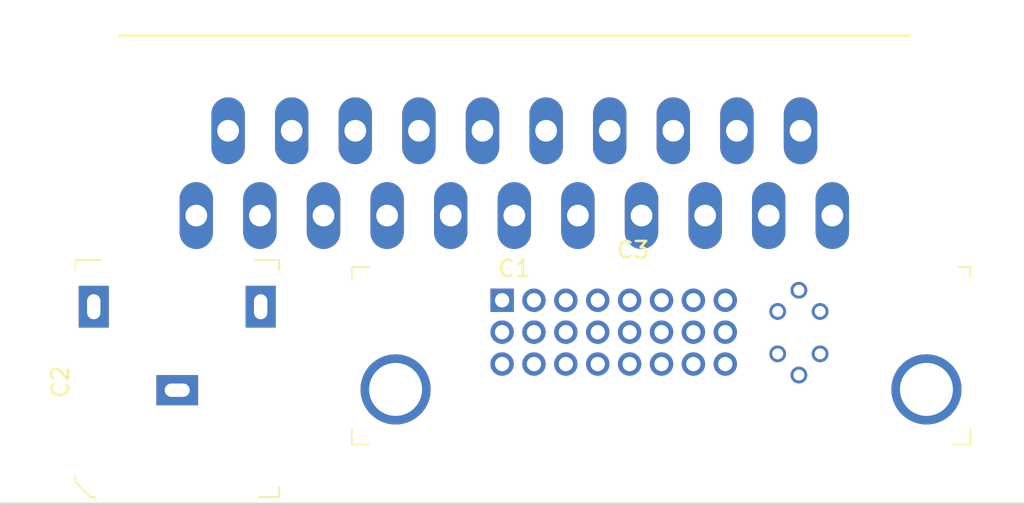
<source format=kicad_pcb>
(kicad_pcb (version 4) (host pcbnew 4.0.7)

  (general
    (links 16)
    (no_connects 16)
    (area 134.62 75.86 196.342001 113.030001)
    (thickness 1.6)
    (drawings 1)
    (tracks 1)
    (zones 0)
    (modules 3)
    (nets 17)
  )

  (page A4)
  (layers
    (0 F.Cu signal)
    (31 B.Cu signal)
    (32 B.Adhes user)
    (33 F.Adhes user)
    (34 B.Paste user)
    (35 F.Paste user)
    (36 B.SilkS user)
    (37 F.SilkS user)
    (38 B.Mask user)
    (39 F.Mask user)
    (40 Dwgs.User user)
    (41 Cmts.User user)
    (42 Eco1.User user)
    (43 Eco2.User user)
    (44 Edge.Cuts user)
    (45 Margin user)
    (46 B.CrtYd user)
    (47 F.CrtYd user)
    (48 B.Fab user)
    (49 F.Fab user)
  )

  (setup
    (last_trace_width 0.25)
    (trace_clearance 0.2)
    (zone_clearance 0.508)
    (zone_45_only no)
    (trace_min 0.2)
    (segment_width 0.2)
    (edge_width 0.15)
    (via_size 0.6)
    (via_drill 0.4)
    (via_min_size 0.4)
    (via_min_drill 0.3)
    (uvia_size 0.3)
    (uvia_drill 0.1)
    (uvias_allowed no)
    (uvia_min_size 0.2)
    (uvia_min_drill 0.1)
    (pcb_text_width 0.3)
    (pcb_text_size 1.5 1.5)
    (mod_edge_width 0.15)
    (mod_text_size 1 1)
    (mod_text_width 0.15)
    (pad_size 1.8 2.5)
    (pad_drill 0.8)
    (pad_to_mask_clearance 0.2)
    (aux_axis_origin 0 0)
    (visible_elements 7FFFFFFF)
    (pcbplotparams
      (layerselection 0x00030_80000001)
      (usegerberextensions false)
      (excludeedgelayer true)
      (linewidth 0.100000)
      (plotframeref false)
      (viasonmask false)
      (mode 1)
      (useauxorigin false)
      (hpglpennumber 1)
      (hpglpenspeed 20)
      (hpglpendiameter 15)
      (hpglpenoverlay 2)
      (psnegative false)
      (psa4output false)
      (plotreference true)
      (plotvalue true)
      (plotinvisibletext false)
      (padsonsilk false)
      (subtractmaskfromsilk false)
      (outputformat 1)
      (mirror false)
      (drillshape 1)
      (scaleselection 1)
      (outputdirectory ""))
  )

  (net 0 "")
  (net 1 "Net-(C1-Pad10)")
  (net 2 "Net-(C1-Pad12)")
  (net 3 "Net-(C1-Pad14)")
  (net 4 GREEN)
  (net 5 GND)
  (net 6 RED)
  (net 7 "Net-(C1-Pad16)")
  (net 8 "Net-(C1-Pad19)")
  (net 9 SYNC)
  (net 10 "Net-(C1-Pad1)")
  (net 11 R_AUD)
  (net 12 "Net-(C1-Pad3)")
  (net 13 A_GND)
  (net 14 L_AUD)
  (net 15 BLUE)
  (net 16 "Net-(C1-Pad8)")

  (net_class Default "This is the default net class."
    (clearance 0.2)
    (trace_width 0.25)
    (via_dia 0.6)
    (via_drill 0.4)
    (uvia_dia 0.3)
    (uvia_drill 0.1)
    (add_net A_GND)
    (add_net BLUE)
    (add_net GND)
    (add_net GREEN)
    (add_net L_AUD)
    (add_net "Net-(C1-Pad1)")
    (add_net "Net-(C1-Pad10)")
    (add_net "Net-(C1-Pad12)")
    (add_net "Net-(C1-Pad14)")
    (add_net "Net-(C1-Pad16)")
    (add_net "Net-(C1-Pad19)")
    (add_net "Net-(C1-Pad3)")
    (add_net "Net-(C1-Pad8)")
    (add_net RED)
    (add_net R_AUD)
    (add_net SYNC)
  )

  (module SCART-RIGHT-ANGLE:SCART-Right-Angle (layer F.Cu) (tedit 5B4A89D9) (tstamp 5B1D1815)
    (at 165.608 90.424)
    (path /5B1C8D2D)
    (fp_text reference C1 (at 0 8.255) (layer F.SilkS)
      (effects (font (size 1 1) (thickness 0.15)))
    )
    (fp_text value SCART-F (at 0 -6.985) (layer F.Fab)
      (effects (font (size 1 1) (thickness 0.15)))
    )
    (fp_line (start -23.7 -5.7) (end 23.7 -5.7) (layer F.SilkS) (width 0.15))
    (pad "" np_thru_hole circle (at 26.4 0.05) (size 3 3) (drill 3) (layers *.Cu *.Mask))
    (pad "" np_thru_hole circle (at -26.4 0.05) (size 3 3) (drill 3) (layers *.Cu *.Mask))
    (pad 10 thru_hole oval (at -1.905 0) (size 2 4) (drill 1.3) (layers *.Cu *.Mask)
      (net 1 "Net-(C1-Pad10)"))
    (pad 12 thru_hole oval (at 1.905 0) (size 2 4) (drill 1.3) (layers *.Cu *.Mask)
      (net 2 "Net-(C1-Pad12)"))
    (pad 14 thru_hole oval (at 5.715 0) (size 2 4) (drill 1.3) (layers *.Cu *.Mask)
      (net 3 "Net-(C1-Pad14)"))
    (pad 11 thru_hole oval (at 0 5.08) (size 2 4) (drill 1.3) (layers *.Cu *.Mask)
      (net 4 GREEN))
    (pad 13 thru_hole oval (at 3.81 5.08) (size 2 4) (drill 1.3) (layers *.Cu *.Mask)
      (net 5 GND))
    (pad 15 thru_hole oval (at 7.62 5.08) (size 2 4) (drill 1.3) (layers *.Cu *.Mask)
      (net 6 RED))
    (pad 16 thru_hole oval (at 9.525 0) (size 2 4) (drill 1.3) (layers *.Cu *.Mask)
      (net 7 "Net-(C1-Pad16)"))
    (pad 17 thru_hole oval (at 11.43 5.08) (size 2 4) (drill 1.3) (layers *.Cu *.Mask)
      (net 5 GND))
    (pad 18 thru_hole oval (at 13.335 0) (size 2 4) (drill 1.3) (layers *.Cu *.Mask)
      (net 5 GND))
    (pad 19 thru_hole oval (at 15.24 5.08) (size 2 4) (drill 1.3) (layers *.Cu *.Mask)
      (net 8 "Net-(C1-Pad19)"))
    (pad 20 thru_hole oval (at 17.145 0) (size 2 4) (drill 1.3) (layers *.Cu *.Mask)
      (net 9 SYNC))
    (pad 21 thru_hole oval (at 19.05 5.08) (size 2 4) (drill 1.3) (layers *.Cu *.Mask)
      (net 5 GND))
    (pad 1 thru_hole oval (at -19.05 5.08) (size 2 4) (drill 1.3) (layers *.Cu *.Mask)
      (net 10 "Net-(C1-Pad1)"))
    (pad 2 thru_hole oval (at -17.145 0) (size 2 4) (drill 1.3) (layers *.Cu *.Mask)
      (net 11 R_AUD))
    (pad 3 thru_hole oval (at -15.24 5.08) (size 2 4) (drill 1.3) (layers *.Cu *.Mask)
      (net 12 "Net-(C1-Pad3)"))
    (pad 4 thru_hole oval (at -13.335 0) (size 2 4) (drill 1.3) (layers *.Cu *.Mask)
      (net 13 A_GND))
    (pad 5 thru_hole oval (at -11.43 5.08) (size 2 4) (drill 1.3) (layers *.Cu *.Mask)
      (net 5 GND))
    (pad 6 thru_hole oval (at -9.525 0) (size 2 4) (drill 1.3) (layers *.Cu *.Mask)
      (net 14 L_AUD))
    (pad 7 thru_hole oval (at -7.62 5.08) (size 2 4) (drill 1.3) (layers *.Cu *.Mask)
      (net 15 BLUE))
    (pad 8 thru_hole oval (at -5.715 0) (size 2 4) (drill 1.3) (layers *.Cu *.Mask)
      (net 16 "Net-(C1-Pad8)"))
    (pad 9 thru_hole oval (at -3.81 5.08) (size 2 4) (drill 1.3) (layers *.Cu *.Mask)
      (net 5 GND))
  )

  (module digikey-footprints:Headphone_Jack_2.5mm_SJ1-3523N (layer F.Cu) (tedit 5B4A88F0) (tstamp 5B1CE1BE)
    (at 145.415 100.965 90)
    (descr http://www.cui.com/product/resource/sj1-352xn-series.pdf)
    (path /5B1C8FAD)
    (fp_text reference C2 (at -4.5 -7 90) (layer F.SilkS)
      (effects (font (size 1 1) (thickness 0.15)))
    )
    (fp_text value Audio-Jack-3 (at -4.25 7.5 90) (layer F.Fab)
      (effects (font (size 1 1) (thickness 0.15)))
    )
    (fp_line (start -11.75 -6.25) (end 3.25 -6.25) (layer F.CrtYd) (width 0.05))
    (fp_line (start 3.25 -6.25) (end 3.25 6.25) (layer F.CrtYd) (width 0.05))
    (fp_line (start -11.75 -6.25) (end -11.75 6.25) (layer F.CrtYd) (width 0.05))
    (fp_line (start -11.75 6.25) (end 3.25 6.25) (layer F.CrtYd) (width 0.05))
    (fp_line (start -10.8 6.1) (end -11.4 6.1) (layer F.SilkS) (width 0.1))
    (fp_line (start -11.4 6.1) (end -11.4 4.9) (layer F.SilkS) (width 0.1))
    (fp_line (start 2.2 6.1) (end 2.8 6.1) (layer F.SilkS) (width 0.1))
    (fp_line (start 2.8 6.1) (end 2.8 4.7) (layer F.SilkS) (width 0.1))
    (fp_line (start 2.2 -6.1) (end 2.8 -6.1) (layer F.SilkS) (width 0.1))
    (fp_line (start 2.8 -6.1) (end 2.8 -4.6) (layer F.SilkS) (width 0.1))
    (fp_line (start -10.1 -6.1) (end -10.5 -6.1) (layer F.SilkS) (width 0.1))
    (fp_line (start -10.5 -6.1) (end -11.4 -5.2) (layer F.SilkS) (width 0.1))
    (fp_line (start -11.4 -5.2) (end -11.4 -4.9) (layer F.SilkS) (width 0.1))
    (fp_line (start -11.4 -4.9) (end -11.6 -4.9) (layer F.SilkS) (width 0.1))
    (fp_line (start -11.3 -5.1) (end -11.3 6) (layer F.Fab) (width 0.1))
    (fp_line (start -10.4 -6) (end 2.7 -6) (layer F.Fab) (width 0.1))
    (fp_line (start -11.3 -5.1) (end -10.4 -6) (layer F.Fab) (width 0.1))
    (fp_text user %R (at -8.25 0 90) (layer F.Fab)
      (effects (font (size 1 1) (thickness 0.15)))
    )
    (fp_line (start 2.7 -6) (end 2.7 6) (layer F.Fab) (width 0.1))
    (fp_line (start -11.3 6) (end 2.7 6) (layer F.Fab) (width 0.1))
    (pad 3 thru_hole rect (at 0 -5 90) (size 2.5 1.8) (drill oval 1.5 0.8) (layers *.Cu *.Mask)
      (net 11 R_AUD))
    (pad 2 thru_hole rect (at 0 5 90) (size 2.5 1.8) (drill oval 1.5 0.8) (layers *.Cu *.Mask)
      (net 14 L_AUD))
    (pad 1 thru_hole rect (at -5 0 90) (size 1.8 2.5) (drill oval 0.8 1.5) (layers *.Cu *.Mask)
      (net 13 A_GND))
    (pad "" np_thru_hole circle (at 0 0 90) (size 1.2 1.2) (drill 1.2) (layers *.Cu *.Mask))
    (pad "" np_thru_hole circle (at -5 -5 90) (size 1.2 1.2) (drill 1.2) (layers *.Cu *.Mask))
    (pad "" np_thru_hole circle (at -7.5 -5 90) (size 1.2 1.2) (drill 1.2) (layers *.Cu *.Mask))
    (pad "" np_thru_hole circle (at -5 5 90) (size 1.2 1.2) (drill 1.2) (layers *.Cu *.Mask))
    (pad "" np_thru_hole circle (at -7.5 5 90) (size 1.2 1.2) (drill 1.2) (layers *.Cu *.Mask))
  )

  (module digikey-footprints:DVI_Female_74320-9010 (layer F.Cu) (tedit 5B1CB383) (tstamp 5B1CE1F3)
    (at 158.496 105.918)
    (path /5B1C8CE7)
    (fp_text reference C3 (at 14.225 -8.35) (layer F.SilkS)
      (effects (font (size 1 1) (thickness 0.15)))
    )
    (fp_text value DVI-I-ANALOG (at 14.9 4.375) (layer F.Fab)
      (effects (font (size 1 1) (thickness 0.15)))
    )
    (fp_line (start -2.8 3.5) (end 34.6 3.5) (layer F.CrtYd) (width 0.05))
    (fp_line (start -2.8 3.5) (end -2.8 -7.5) (layer F.CrtYd) (width 0.05))
    (fp_line (start 34.6 3.5) (end 34.6 -7.5) (layer F.CrtYd) (width 0.05))
    (fp_line (start -2.8 -7.5) (end 34.6 -7.5) (layer F.CrtYd) (width 0.05))
    (fp_line (start 34.425 2.35) (end 34.425 3.3) (layer F.SilkS) (width 0.1))
    (fp_line (start 34.425 3.3) (end 33.4 3.3) (layer F.SilkS) (width 0.1))
    (fp_line (start -2.625 2.325) (end -2.625 3.3) (layer F.SilkS) (width 0.1))
    (fp_line (start -2.625 3.3) (end -1.6 3.3) (layer F.SilkS) (width 0.1))
    (fp_line (start -1.575 -7.325) (end -2.625 -7.325) (layer F.SilkS) (width 0.1))
    (fp_line (start -2.625 -7.325) (end -2.625 -6.575) (layer F.SilkS) (width 0.1))
    (fp_line (start 33.7 -7.325) (end 34.425 -7.325) (layer F.SilkS) (width 0.1))
    (fp_line (start 34.425 -7.325) (end 34.425 -6.7) (layer F.SilkS) (width 0.1))
    (fp_text user %R (at 14.375 1.475) (layer F.Fab)
      (effects (font (size 1 1) (thickness 0.15)))
    )
    (fp_line (start 34.315 -7.21) (end 34.315 3.18) (layer F.Fab) (width 0.1))
    (fp_line (start -2.515 -7.21) (end -2.515 3.18) (layer F.Fab) (width 0.1))
    (fp_line (start -2.515 -7.21) (end 34.315 -7.21) (layer F.Fab) (width 0.1))
    (fp_line (start -2.515 3.18) (end 34.315 3.18) (layer F.Fab) (width 0.1))
    (pad SH thru_hole circle (at 0 0) (size 4.2 4.2) (drill 3.175) (layers *.Cu *.Mask)
      (net 5 GND))
    (pad SH thru_hole circle (at 31.8 0) (size 4.2 4.2) (drill 3.175) (layers *.Cu *.Mask)
      (net 5 GND))
    (pad 17 thru_hole circle (at 6.38 -1.52) (size 1.4 1.4) (drill 0.86) (layers *.Cu *.Mask))
    (pad 18 thru_hole circle (at 8.29 -1.52) (size 1.4 1.4) (drill 0.86) (layers *.Cu *.Mask))
    (pad 19 thru_hole circle (at 10.2 -1.52) (size 1.4 1.4) (drill 0.86) (layers *.Cu *.Mask))
    (pad 20 thru_hole circle (at 12.11 -1.52) (size 1.4 1.4) (drill 0.86) (layers *.Cu *.Mask))
    (pad 21 thru_hole circle (at 14.02 -1.52) (size 1.4 1.4) (drill 0.86) (layers *.Cu *.Mask))
    (pad 22 thru_hole circle (at 15.93 -1.52) (size 1.4 1.4) (drill 0.86) (layers *.Cu *.Mask))
    (pad 23 thru_hole circle (at 17.84 -1.52) (size 1.4 1.4) (drill 0.86) (layers *.Cu *.Mask))
    (pad 24 thru_hole circle (at 19.75 -1.52) (size 1.4 1.4) (drill 0.86) (layers *.Cu *.Mask))
    (pad 9 thru_hole circle (at 6.38 -3.43) (size 1.4 1.4) (drill 0.86) (layers *.Cu *.Mask))
    (pad 10 thru_hole circle (at 8.29 -3.43) (size 1.4 1.4) (drill 0.86) (layers *.Cu *.Mask))
    (pad 11 thru_hole circle (at 10.2 -3.43) (size 1.4 1.4) (drill 0.86) (layers *.Cu *.Mask))
    (pad 12 thru_hole circle (at 12.11 -3.43) (size 1.4 1.4) (drill 0.86) (layers *.Cu *.Mask))
    (pad 13 thru_hole circle (at 14.02 -3.43) (size 1.4 1.4) (drill 0.86) (layers *.Cu *.Mask))
    (pad 14 thru_hole circle (at 15.93 -3.43) (size 1.4 1.4) (drill 0.86) (layers *.Cu *.Mask))
    (pad 15 thru_hole circle (at 17.84 -3.43) (size 1.4 1.4) (drill 0.86) (layers *.Cu *.Mask))
    (pad 16 thru_hole circle (at 19.75 -3.43) (size 1.4 1.4) (drill 0.86) (layers *.Cu *.Mask))
    (pad 1 thru_hole rect (at 6.38 -5.34) (size 1.4 1.4) (drill 0.86) (layers *.Cu *.Mask))
    (pad 2 thru_hole circle (at 8.29 -5.34) (size 1.4 1.4) (drill 0.86) (layers *.Cu *.Mask))
    (pad 3 thru_hole circle (at 10.2 -5.34) (size 1.4 1.4) (drill 0.86) (layers *.Cu *.Mask))
    (pad 4 thru_hole circle (at 12.11 -5.34) (size 1.4 1.4) (drill 0.86) (layers *.Cu *.Mask))
    (pad 5 thru_hole circle (at 14.02 -5.34) (size 1.4 1.4) (drill 0.86) (layers *.Cu *.Mask))
    (pad 6 thru_hole circle (at 15.93 -5.34) (size 1.4 1.4) (drill 0.86) (layers *.Cu *.Mask))
    (pad 7 thru_hole circle (at 17.84 -5.34) (size 1.4 1.4) (drill 0.86) (layers *.Cu *.Mask))
    (pad 8 thru_hole circle (at 19.75 -5.34) (size 1.4 1.4) (drill 0.86) (layers *.Cu *.Mask))
    (pad C3 thru_hole circle (at 22.89 -2.13) (size 1 1) (drill 0.66) (layers *.Cu *.Mask)
      (net 15 BLUE))
    (pad C4 thru_hole circle (at 25.43 -2.13) (size 1 1) (drill 0.66) (layers *.Cu *.Mask)
      (net 9 SYNC))
    (pad C5 thru_hole circle (at 24.16 -0.86) (size 1 1) (drill 0.66) (layers *.Cu *.Mask)
      (net 5 GND))
    (pad C1 thru_hole circle (at 22.89 -4.67) (size 1 1) (drill 0.66) (layers *.Cu *.Mask)
      (net 6 RED))
    (pad C2 thru_hole circle (at 25.43 -4.67) (size 1 1) (drill 0.66) (layers *.Cu *.Mask)
      (net 4 GREEN))
    (pad C5 thru_hole circle (at 24.16 -5.94) (size 1 1) (drill 0.66) (layers *.Cu *.Mask)
      (net 5 GND))
  )

  (gr_line (start 196.088 112.776) (end 134.874 112.776) (angle 90) (layer Edge.Cuts) (width 0.15))

  (segment (start 140.415 100.965) (end 140.415 99.869) (width 0.25) (layer F.Cu) (net 11))

)

</source>
